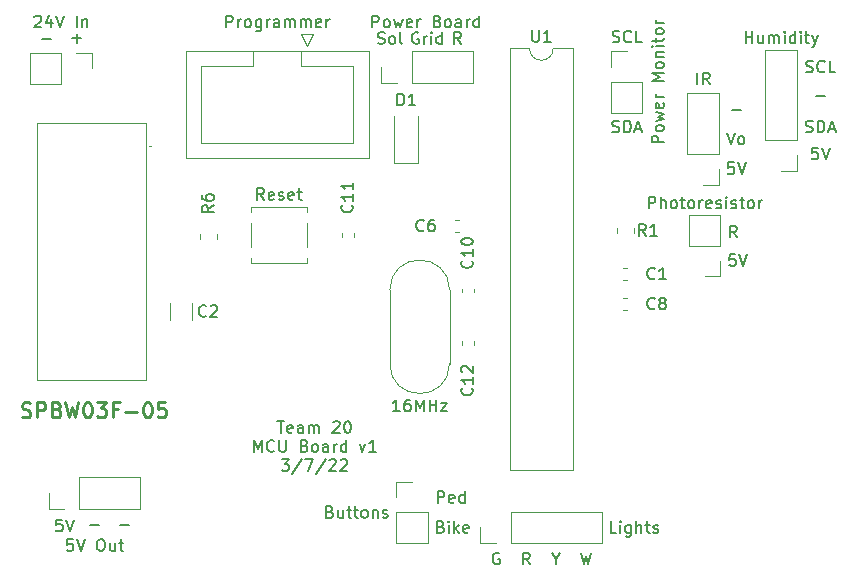
<source format=gbr>
%TF.GenerationSoftware,KiCad,Pcbnew,(6.0.1)*%
%TF.CreationDate,2022-03-08T00:57:02-06:00*%
%TF.ProjectId,mcu_board,6d63755f-626f-4617-9264-2e6b69636164,rev?*%
%TF.SameCoordinates,Original*%
%TF.FileFunction,Legend,Top*%
%TF.FilePolarity,Positive*%
%FSLAX46Y46*%
G04 Gerber Fmt 4.6, Leading zero omitted, Abs format (unit mm)*
G04 Created by KiCad (PCBNEW (6.0.1)) date 2022-03-08 00:57:02*
%MOMM*%
%LPD*%
G01*
G04 APERTURE LIST*
%ADD10C,0.150000*%
%ADD11C,0.254000*%
%ADD12C,0.120000*%
%ADD13C,0.100000*%
G04 APERTURE END LIST*
D10*
X212225333Y-123064380D02*
X212796761Y-123064380D01*
X212511047Y-124064380D02*
X212511047Y-123064380D01*
X213511047Y-124016761D02*
X213415809Y-124064380D01*
X213225333Y-124064380D01*
X213130095Y-124016761D01*
X213082476Y-123921523D01*
X213082476Y-123540571D01*
X213130095Y-123445333D01*
X213225333Y-123397714D01*
X213415809Y-123397714D01*
X213511047Y-123445333D01*
X213558666Y-123540571D01*
X213558666Y-123635809D01*
X213082476Y-123731047D01*
X214415809Y-124064380D02*
X214415809Y-123540571D01*
X214368190Y-123445333D01*
X214272952Y-123397714D01*
X214082476Y-123397714D01*
X213987238Y-123445333D01*
X214415809Y-124016761D02*
X214320571Y-124064380D01*
X214082476Y-124064380D01*
X213987238Y-124016761D01*
X213939619Y-123921523D01*
X213939619Y-123826285D01*
X213987238Y-123731047D01*
X214082476Y-123683428D01*
X214320571Y-123683428D01*
X214415809Y-123635809D01*
X214892000Y-124064380D02*
X214892000Y-123397714D01*
X214892000Y-123492952D02*
X214939619Y-123445333D01*
X215034857Y-123397714D01*
X215177714Y-123397714D01*
X215272952Y-123445333D01*
X215320571Y-123540571D01*
X215320571Y-124064380D01*
X215320571Y-123540571D02*
X215368190Y-123445333D01*
X215463428Y-123397714D01*
X215606285Y-123397714D01*
X215701523Y-123445333D01*
X215749142Y-123540571D01*
X215749142Y-124064380D01*
X216939619Y-123159619D02*
X216987238Y-123112000D01*
X217082476Y-123064380D01*
X217320571Y-123064380D01*
X217415809Y-123112000D01*
X217463428Y-123159619D01*
X217511047Y-123254857D01*
X217511047Y-123350095D01*
X217463428Y-123492952D01*
X216892000Y-124064380D01*
X217511047Y-124064380D01*
X218130095Y-123064380D02*
X218225333Y-123064380D01*
X218320571Y-123112000D01*
X218368190Y-123159619D01*
X218415809Y-123254857D01*
X218463428Y-123445333D01*
X218463428Y-123683428D01*
X218415809Y-123873904D01*
X218368190Y-123969142D01*
X218320571Y-124016761D01*
X218225333Y-124064380D01*
X218130095Y-124064380D01*
X218034857Y-124016761D01*
X217987238Y-123969142D01*
X217939619Y-123873904D01*
X217892000Y-123683428D01*
X217892000Y-123445333D01*
X217939619Y-123254857D01*
X217987238Y-123159619D01*
X218034857Y-123112000D01*
X218130095Y-123064380D01*
X210249142Y-125674380D02*
X210249142Y-124674380D01*
X210582476Y-125388666D01*
X210915809Y-124674380D01*
X210915809Y-125674380D01*
X211963428Y-125579142D02*
X211915809Y-125626761D01*
X211772952Y-125674380D01*
X211677714Y-125674380D01*
X211534857Y-125626761D01*
X211439619Y-125531523D01*
X211392000Y-125436285D01*
X211344380Y-125245809D01*
X211344380Y-125102952D01*
X211392000Y-124912476D01*
X211439619Y-124817238D01*
X211534857Y-124722000D01*
X211677714Y-124674380D01*
X211772952Y-124674380D01*
X211915809Y-124722000D01*
X211963428Y-124769619D01*
X212392000Y-124674380D02*
X212392000Y-125483904D01*
X212439619Y-125579142D01*
X212487238Y-125626761D01*
X212582476Y-125674380D01*
X212772952Y-125674380D01*
X212868190Y-125626761D01*
X212915809Y-125579142D01*
X212963428Y-125483904D01*
X212963428Y-124674380D01*
X214534857Y-125150571D02*
X214677714Y-125198190D01*
X214725333Y-125245809D01*
X214772952Y-125341047D01*
X214772952Y-125483904D01*
X214725333Y-125579142D01*
X214677714Y-125626761D01*
X214582476Y-125674380D01*
X214201523Y-125674380D01*
X214201523Y-124674380D01*
X214534857Y-124674380D01*
X214630095Y-124722000D01*
X214677714Y-124769619D01*
X214725333Y-124864857D01*
X214725333Y-124960095D01*
X214677714Y-125055333D01*
X214630095Y-125102952D01*
X214534857Y-125150571D01*
X214201523Y-125150571D01*
X215344380Y-125674380D02*
X215249142Y-125626761D01*
X215201523Y-125579142D01*
X215153904Y-125483904D01*
X215153904Y-125198190D01*
X215201523Y-125102952D01*
X215249142Y-125055333D01*
X215344380Y-125007714D01*
X215487238Y-125007714D01*
X215582476Y-125055333D01*
X215630095Y-125102952D01*
X215677714Y-125198190D01*
X215677714Y-125483904D01*
X215630095Y-125579142D01*
X215582476Y-125626761D01*
X215487238Y-125674380D01*
X215344380Y-125674380D01*
X216534857Y-125674380D02*
X216534857Y-125150571D01*
X216487238Y-125055333D01*
X216392000Y-125007714D01*
X216201523Y-125007714D01*
X216106285Y-125055333D01*
X216534857Y-125626761D02*
X216439619Y-125674380D01*
X216201523Y-125674380D01*
X216106285Y-125626761D01*
X216058666Y-125531523D01*
X216058666Y-125436285D01*
X216106285Y-125341047D01*
X216201523Y-125293428D01*
X216439619Y-125293428D01*
X216534857Y-125245809D01*
X217011047Y-125674380D02*
X217011047Y-125007714D01*
X217011047Y-125198190D02*
X217058666Y-125102952D01*
X217106285Y-125055333D01*
X217201523Y-125007714D01*
X217296761Y-125007714D01*
X218058666Y-125674380D02*
X218058666Y-124674380D01*
X218058666Y-125626761D02*
X217963428Y-125674380D01*
X217772952Y-125674380D01*
X217677714Y-125626761D01*
X217630095Y-125579142D01*
X217582476Y-125483904D01*
X217582476Y-125198190D01*
X217630095Y-125102952D01*
X217677714Y-125055333D01*
X217772952Y-125007714D01*
X217963428Y-125007714D01*
X218058666Y-125055333D01*
X219201523Y-125007714D02*
X219439619Y-125674380D01*
X219677714Y-125007714D01*
X220582476Y-125674380D02*
X220011047Y-125674380D01*
X220296761Y-125674380D02*
X220296761Y-124674380D01*
X220201523Y-124817238D01*
X220106285Y-124912476D01*
X220011047Y-124960095D01*
X212582476Y-126284380D02*
X213201523Y-126284380D01*
X212868190Y-126665333D01*
X213011047Y-126665333D01*
X213106285Y-126712952D01*
X213153904Y-126760571D01*
X213201523Y-126855809D01*
X213201523Y-127093904D01*
X213153904Y-127189142D01*
X213106285Y-127236761D01*
X213011047Y-127284380D01*
X212725333Y-127284380D01*
X212630095Y-127236761D01*
X212582476Y-127189142D01*
X214344380Y-126236761D02*
X213487238Y-127522476D01*
X214582476Y-126284380D02*
X215249142Y-126284380D01*
X214820571Y-127284380D01*
X216344380Y-126236761D02*
X215487238Y-127522476D01*
X216630095Y-126379619D02*
X216677714Y-126332000D01*
X216772952Y-126284380D01*
X217011047Y-126284380D01*
X217106285Y-126332000D01*
X217153904Y-126379619D01*
X217201523Y-126474857D01*
X217201523Y-126570095D01*
X217153904Y-126712952D01*
X216582476Y-127284380D01*
X217201523Y-127284380D01*
X217582476Y-126379619D02*
X217630095Y-126332000D01*
X217725333Y-126284380D01*
X217963428Y-126284380D01*
X218058666Y-126332000D01*
X218106285Y-126379619D01*
X218153904Y-126474857D01*
X218153904Y-126570095D01*
X218106285Y-126712952D01*
X217534857Y-127284380D01*
X218153904Y-127284380D01*
%TO.C,J1*%
X216686095Y-130728571D02*
X216828952Y-130776190D01*
X216876571Y-130823809D01*
X216924190Y-130919047D01*
X216924190Y-131061904D01*
X216876571Y-131157142D01*
X216828952Y-131204761D01*
X216733714Y-131252380D01*
X216352761Y-131252380D01*
X216352761Y-130252380D01*
X216686095Y-130252380D01*
X216781333Y-130300000D01*
X216828952Y-130347619D01*
X216876571Y-130442857D01*
X216876571Y-130538095D01*
X216828952Y-130633333D01*
X216781333Y-130680952D01*
X216686095Y-130728571D01*
X216352761Y-130728571D01*
X217781333Y-130585714D02*
X217781333Y-131252380D01*
X217352761Y-130585714D02*
X217352761Y-131109523D01*
X217400380Y-131204761D01*
X217495619Y-131252380D01*
X217638476Y-131252380D01*
X217733714Y-131204761D01*
X217781333Y-131157142D01*
X218114666Y-130585714D02*
X218495619Y-130585714D01*
X218257523Y-130252380D02*
X218257523Y-131109523D01*
X218305142Y-131204761D01*
X218400380Y-131252380D01*
X218495619Y-131252380D01*
X218686095Y-130585714D02*
X219067047Y-130585714D01*
X218828952Y-130252380D02*
X218828952Y-131109523D01*
X218876571Y-131204761D01*
X218971809Y-131252380D01*
X219067047Y-131252380D01*
X219543238Y-131252380D02*
X219448000Y-131204761D01*
X219400380Y-131157142D01*
X219352761Y-131061904D01*
X219352761Y-130776190D01*
X219400380Y-130680952D01*
X219448000Y-130633333D01*
X219543238Y-130585714D01*
X219686095Y-130585714D01*
X219781333Y-130633333D01*
X219828952Y-130680952D01*
X219876571Y-130776190D01*
X219876571Y-131061904D01*
X219828952Y-131157142D01*
X219781333Y-131204761D01*
X219686095Y-131252380D01*
X219543238Y-131252380D01*
X220305142Y-130585714D02*
X220305142Y-131252380D01*
X220305142Y-130680952D02*
X220352761Y-130633333D01*
X220448000Y-130585714D01*
X220590857Y-130585714D01*
X220686095Y-130633333D01*
X220733714Y-130728571D01*
X220733714Y-131252380D01*
X221162285Y-131204761D02*
X221257523Y-131252380D01*
X221448000Y-131252380D01*
X221543238Y-131204761D01*
X221590857Y-131109523D01*
X221590857Y-131061904D01*
X221543238Y-130966666D01*
X221448000Y-130919047D01*
X221305142Y-130919047D01*
X221209904Y-130871428D01*
X221162285Y-130776190D01*
X221162285Y-130728571D01*
X221209904Y-130633333D01*
X221305142Y-130585714D01*
X221448000Y-130585714D01*
X221543238Y-130633333D01*
X226076000Y-131998571D02*
X226218857Y-132046190D01*
X226266476Y-132093809D01*
X226314095Y-132189047D01*
X226314095Y-132331904D01*
X226266476Y-132427142D01*
X226218857Y-132474761D01*
X226123619Y-132522380D01*
X225742666Y-132522380D01*
X225742666Y-131522380D01*
X226076000Y-131522380D01*
X226171238Y-131570000D01*
X226218857Y-131617619D01*
X226266476Y-131712857D01*
X226266476Y-131808095D01*
X226218857Y-131903333D01*
X226171238Y-131950952D01*
X226076000Y-131998571D01*
X225742666Y-131998571D01*
X226742666Y-132522380D02*
X226742666Y-131855714D01*
X226742666Y-131522380D02*
X226695047Y-131570000D01*
X226742666Y-131617619D01*
X226790285Y-131570000D01*
X226742666Y-131522380D01*
X226742666Y-131617619D01*
X227218857Y-132522380D02*
X227218857Y-131522380D01*
X227314095Y-132141428D02*
X227599809Y-132522380D01*
X227599809Y-131855714D02*
X227218857Y-132236666D01*
X228409333Y-132474761D02*
X228314095Y-132522380D01*
X228123619Y-132522380D01*
X228028380Y-132474761D01*
X227980761Y-132379523D01*
X227980761Y-131998571D01*
X228028380Y-131903333D01*
X228123619Y-131855714D01*
X228314095Y-131855714D01*
X228409333Y-131903333D01*
X228456952Y-131998571D01*
X228456952Y-132093809D01*
X227980761Y-132189047D01*
X225806142Y-129982380D02*
X225806142Y-128982380D01*
X226187095Y-128982380D01*
X226282333Y-129030000D01*
X226329952Y-129077619D01*
X226377571Y-129172857D01*
X226377571Y-129315714D01*
X226329952Y-129410952D01*
X226282333Y-129458571D01*
X226187095Y-129506190D01*
X225806142Y-129506190D01*
X227187095Y-129934761D02*
X227091857Y-129982380D01*
X226901380Y-129982380D01*
X226806142Y-129934761D01*
X226758523Y-129839523D01*
X226758523Y-129458571D01*
X226806142Y-129363333D01*
X226901380Y-129315714D01*
X227091857Y-129315714D01*
X227187095Y-129363333D01*
X227234714Y-129458571D01*
X227234714Y-129553809D01*
X226758523Y-129649047D01*
X228091857Y-129982380D02*
X228091857Y-128982380D01*
X228091857Y-129934761D02*
X227996619Y-129982380D01*
X227806142Y-129982380D01*
X227710904Y-129934761D01*
X227663285Y-129887142D01*
X227615666Y-129791904D01*
X227615666Y-129506190D01*
X227663285Y-129410952D01*
X227710904Y-129363333D01*
X227806142Y-129315714D01*
X227996619Y-129315714D01*
X228091857Y-129363333D01*
%TO.C,Y1*%
X222591523Y-122240380D02*
X222020095Y-122240380D01*
X222305809Y-122240380D02*
X222305809Y-121240380D01*
X222210571Y-121383238D01*
X222115333Y-121478476D01*
X222020095Y-121526095D01*
X223448666Y-121240380D02*
X223258190Y-121240380D01*
X223162952Y-121288000D01*
X223115333Y-121335619D01*
X223020095Y-121478476D01*
X222972476Y-121668952D01*
X222972476Y-122049904D01*
X223020095Y-122145142D01*
X223067714Y-122192761D01*
X223162952Y-122240380D01*
X223353428Y-122240380D01*
X223448666Y-122192761D01*
X223496285Y-122145142D01*
X223543904Y-122049904D01*
X223543904Y-121811809D01*
X223496285Y-121716571D01*
X223448666Y-121668952D01*
X223353428Y-121621333D01*
X223162952Y-121621333D01*
X223067714Y-121668952D01*
X223020095Y-121716571D01*
X222972476Y-121811809D01*
X223972476Y-122240380D02*
X223972476Y-121240380D01*
X224305809Y-121954666D01*
X224639142Y-121240380D01*
X224639142Y-122240380D01*
X225115333Y-122240380D02*
X225115333Y-121240380D01*
X225115333Y-121716571D02*
X225686761Y-121716571D01*
X225686761Y-122240380D02*
X225686761Y-121240380D01*
X226067714Y-121573714D02*
X226591523Y-121573714D01*
X226067714Y-122240380D01*
X226591523Y-122240380D01*
%TO.C,U1*%
X233817095Y-89964380D02*
X233817095Y-90773904D01*
X233864714Y-90869142D01*
X233912333Y-90916761D01*
X234007571Y-90964380D01*
X234198047Y-90964380D01*
X234293285Y-90916761D01*
X234340904Y-90869142D01*
X234388523Y-90773904D01*
X234388523Y-89964380D01*
X235388523Y-90964380D02*
X234817095Y-90964380D01*
X235102809Y-90964380D02*
X235102809Y-89964380D01*
X235007571Y-90107238D01*
X234912333Y-90202476D01*
X234817095Y-90250095D01*
%TO.C,SW1*%
X211105904Y-104333380D02*
X210772571Y-103857190D01*
X210534476Y-104333380D02*
X210534476Y-103333380D01*
X210915428Y-103333380D01*
X211010666Y-103381000D01*
X211058285Y-103428619D01*
X211105904Y-103523857D01*
X211105904Y-103666714D01*
X211058285Y-103761952D01*
X211010666Y-103809571D01*
X210915428Y-103857190D01*
X210534476Y-103857190D01*
X211915428Y-104285761D02*
X211820190Y-104333380D01*
X211629714Y-104333380D01*
X211534476Y-104285761D01*
X211486857Y-104190523D01*
X211486857Y-103809571D01*
X211534476Y-103714333D01*
X211629714Y-103666714D01*
X211820190Y-103666714D01*
X211915428Y-103714333D01*
X211963047Y-103809571D01*
X211963047Y-103904809D01*
X211486857Y-104000047D01*
X212344000Y-104285761D02*
X212439238Y-104333380D01*
X212629714Y-104333380D01*
X212724952Y-104285761D01*
X212772571Y-104190523D01*
X212772571Y-104142904D01*
X212724952Y-104047666D01*
X212629714Y-104000047D01*
X212486857Y-104000047D01*
X212391619Y-103952428D01*
X212344000Y-103857190D01*
X212344000Y-103809571D01*
X212391619Y-103714333D01*
X212486857Y-103666714D01*
X212629714Y-103666714D01*
X212724952Y-103714333D01*
X213582095Y-104285761D02*
X213486857Y-104333380D01*
X213296380Y-104333380D01*
X213201142Y-104285761D01*
X213153523Y-104190523D01*
X213153523Y-103809571D01*
X213201142Y-103714333D01*
X213296380Y-103666714D01*
X213486857Y-103666714D01*
X213582095Y-103714333D01*
X213629714Y-103809571D01*
X213629714Y-103904809D01*
X213153523Y-104000047D01*
X213915428Y-103666714D02*
X214296380Y-103666714D01*
X214058285Y-103333380D02*
X214058285Y-104190523D01*
X214105904Y-104285761D01*
X214201142Y-104333380D01*
X214296380Y-104333380D01*
D11*
%TO.C,PS1*%
X190603904Y-122683047D02*
X190785333Y-122743523D01*
X191087714Y-122743523D01*
X191208666Y-122683047D01*
X191269142Y-122622571D01*
X191329619Y-122501619D01*
X191329619Y-122380666D01*
X191269142Y-122259714D01*
X191208666Y-122199238D01*
X191087714Y-122138761D01*
X190845809Y-122078285D01*
X190724857Y-122017809D01*
X190664380Y-121957333D01*
X190603904Y-121836380D01*
X190603904Y-121715428D01*
X190664380Y-121594476D01*
X190724857Y-121534000D01*
X190845809Y-121473523D01*
X191148190Y-121473523D01*
X191329619Y-121534000D01*
X191873904Y-122743523D02*
X191873904Y-121473523D01*
X192357714Y-121473523D01*
X192478666Y-121534000D01*
X192539142Y-121594476D01*
X192599619Y-121715428D01*
X192599619Y-121896857D01*
X192539142Y-122017809D01*
X192478666Y-122078285D01*
X192357714Y-122138761D01*
X191873904Y-122138761D01*
X193567238Y-122078285D02*
X193748666Y-122138761D01*
X193809142Y-122199238D01*
X193869619Y-122320190D01*
X193869619Y-122501619D01*
X193809142Y-122622571D01*
X193748666Y-122683047D01*
X193627714Y-122743523D01*
X193143904Y-122743523D01*
X193143904Y-121473523D01*
X193567238Y-121473523D01*
X193688190Y-121534000D01*
X193748666Y-121594476D01*
X193809142Y-121715428D01*
X193809142Y-121836380D01*
X193748666Y-121957333D01*
X193688190Y-122017809D01*
X193567238Y-122078285D01*
X193143904Y-122078285D01*
X194292952Y-121473523D02*
X194595333Y-122743523D01*
X194837238Y-121836380D01*
X195079142Y-122743523D01*
X195381523Y-121473523D01*
X196107238Y-121473523D02*
X196228190Y-121473523D01*
X196349142Y-121534000D01*
X196409619Y-121594476D01*
X196470095Y-121715428D01*
X196530571Y-121957333D01*
X196530571Y-122259714D01*
X196470095Y-122501619D01*
X196409619Y-122622571D01*
X196349142Y-122683047D01*
X196228190Y-122743523D01*
X196107238Y-122743523D01*
X195986285Y-122683047D01*
X195925809Y-122622571D01*
X195865333Y-122501619D01*
X195804857Y-122259714D01*
X195804857Y-121957333D01*
X195865333Y-121715428D01*
X195925809Y-121594476D01*
X195986285Y-121534000D01*
X196107238Y-121473523D01*
X196953904Y-121473523D02*
X197740095Y-121473523D01*
X197316761Y-121957333D01*
X197498190Y-121957333D01*
X197619142Y-122017809D01*
X197679619Y-122078285D01*
X197740095Y-122199238D01*
X197740095Y-122501619D01*
X197679619Y-122622571D01*
X197619142Y-122683047D01*
X197498190Y-122743523D01*
X197135333Y-122743523D01*
X197014380Y-122683047D01*
X196953904Y-122622571D01*
X198707714Y-122078285D02*
X198284380Y-122078285D01*
X198284380Y-122743523D02*
X198284380Y-121473523D01*
X198889142Y-121473523D01*
X199372952Y-122259714D02*
X200340571Y-122259714D01*
X201187238Y-121473523D02*
X201308190Y-121473523D01*
X201429142Y-121534000D01*
X201489619Y-121594476D01*
X201550095Y-121715428D01*
X201610571Y-121957333D01*
X201610571Y-122259714D01*
X201550095Y-122501619D01*
X201489619Y-122622571D01*
X201429142Y-122683047D01*
X201308190Y-122743523D01*
X201187238Y-122743523D01*
X201066285Y-122683047D01*
X201005809Y-122622571D01*
X200945333Y-122501619D01*
X200884857Y-122259714D01*
X200884857Y-121957333D01*
X200945333Y-121715428D01*
X201005809Y-121594476D01*
X201066285Y-121534000D01*
X201187238Y-121473523D01*
X202759619Y-121473523D02*
X202154857Y-121473523D01*
X202094380Y-122078285D01*
X202154857Y-122017809D01*
X202275809Y-121957333D01*
X202578190Y-121957333D01*
X202699142Y-122017809D01*
X202759619Y-122078285D01*
X202820095Y-122199238D01*
X202820095Y-122501619D01*
X202759619Y-122622571D01*
X202699142Y-122683047D01*
X202578190Y-122743523D01*
X202275809Y-122743523D01*
X202154857Y-122683047D01*
X202094380Y-122622571D01*
D10*
%TO.C,J10*%
X240919190Y-132527380D02*
X240443000Y-132527380D01*
X240443000Y-131527380D01*
X241252523Y-132527380D02*
X241252523Y-131860714D01*
X241252523Y-131527380D02*
X241204904Y-131575000D01*
X241252523Y-131622619D01*
X241300142Y-131575000D01*
X241252523Y-131527380D01*
X241252523Y-131622619D01*
X242157285Y-131860714D02*
X242157285Y-132670238D01*
X242109666Y-132765476D01*
X242062047Y-132813095D01*
X241966809Y-132860714D01*
X241823952Y-132860714D01*
X241728714Y-132813095D01*
X242157285Y-132479761D02*
X242062047Y-132527380D01*
X241871571Y-132527380D01*
X241776333Y-132479761D01*
X241728714Y-132432142D01*
X241681095Y-132336904D01*
X241681095Y-132051190D01*
X241728714Y-131955952D01*
X241776333Y-131908333D01*
X241871571Y-131860714D01*
X242062047Y-131860714D01*
X242157285Y-131908333D01*
X242633476Y-132527380D02*
X242633476Y-131527380D01*
X243062047Y-132527380D02*
X243062047Y-132003571D01*
X243014428Y-131908333D01*
X242919190Y-131860714D01*
X242776333Y-131860714D01*
X242681095Y-131908333D01*
X242633476Y-131955952D01*
X243395380Y-131860714D02*
X243776333Y-131860714D01*
X243538238Y-131527380D02*
X243538238Y-132384523D01*
X243585857Y-132479761D01*
X243681095Y-132527380D01*
X243776333Y-132527380D01*
X244062047Y-132479761D02*
X244157285Y-132527380D01*
X244347761Y-132527380D01*
X244443000Y-132479761D01*
X244490619Y-132384523D01*
X244490619Y-132336904D01*
X244443000Y-132241666D01*
X244347761Y-132194047D01*
X244204904Y-132194047D01*
X244109666Y-132146428D01*
X244062047Y-132051190D01*
X244062047Y-132003571D01*
X244109666Y-131908333D01*
X244204904Y-131860714D01*
X244347761Y-131860714D01*
X244443000Y-131908333D01*
X231020904Y-134242000D02*
X230925666Y-134194380D01*
X230782809Y-134194380D01*
X230639952Y-134242000D01*
X230544714Y-134337238D01*
X230497095Y-134432476D01*
X230449476Y-134622952D01*
X230449476Y-134765809D01*
X230497095Y-134956285D01*
X230544714Y-135051523D01*
X230639952Y-135146761D01*
X230782809Y-135194380D01*
X230878047Y-135194380D01*
X231020904Y-135146761D01*
X231068523Y-135099142D01*
X231068523Y-134765809D01*
X230878047Y-134765809D01*
X235839000Y-134718190D02*
X235839000Y-135194380D01*
X235505666Y-134194380D02*
X235839000Y-134718190D01*
X236172333Y-134194380D01*
X233608523Y-135194380D02*
X233275190Y-134718190D01*
X233037095Y-135194380D02*
X233037095Y-134194380D01*
X233418047Y-134194380D01*
X233513285Y-134242000D01*
X233560904Y-134289619D01*
X233608523Y-134384857D01*
X233608523Y-134527714D01*
X233560904Y-134622952D01*
X233513285Y-134670571D01*
X233418047Y-134718190D01*
X233037095Y-134718190D01*
X237950428Y-134194380D02*
X238188523Y-135194380D01*
X238379000Y-134480095D01*
X238569476Y-135194380D01*
X238807571Y-134194380D01*
%TO.C,J9*%
X220266190Y-89728380D02*
X220266190Y-88728380D01*
X220647142Y-88728380D01*
X220742380Y-88776000D01*
X220790000Y-88823619D01*
X220837619Y-88918857D01*
X220837619Y-89061714D01*
X220790000Y-89156952D01*
X220742380Y-89204571D01*
X220647142Y-89252190D01*
X220266190Y-89252190D01*
X221409047Y-89728380D02*
X221313809Y-89680761D01*
X221266190Y-89633142D01*
X221218571Y-89537904D01*
X221218571Y-89252190D01*
X221266190Y-89156952D01*
X221313809Y-89109333D01*
X221409047Y-89061714D01*
X221551904Y-89061714D01*
X221647142Y-89109333D01*
X221694761Y-89156952D01*
X221742380Y-89252190D01*
X221742380Y-89537904D01*
X221694761Y-89633142D01*
X221647142Y-89680761D01*
X221551904Y-89728380D01*
X221409047Y-89728380D01*
X222075714Y-89061714D02*
X222266190Y-89728380D01*
X222456666Y-89252190D01*
X222647142Y-89728380D01*
X222837619Y-89061714D01*
X223599523Y-89680761D02*
X223504285Y-89728380D01*
X223313809Y-89728380D01*
X223218571Y-89680761D01*
X223170952Y-89585523D01*
X223170952Y-89204571D01*
X223218571Y-89109333D01*
X223313809Y-89061714D01*
X223504285Y-89061714D01*
X223599523Y-89109333D01*
X223647142Y-89204571D01*
X223647142Y-89299809D01*
X223170952Y-89395047D01*
X224075714Y-89728380D02*
X224075714Y-89061714D01*
X224075714Y-89252190D02*
X224123333Y-89156952D01*
X224170952Y-89109333D01*
X224266190Y-89061714D01*
X224361428Y-89061714D01*
X225790000Y-89204571D02*
X225932857Y-89252190D01*
X225980476Y-89299809D01*
X226028095Y-89395047D01*
X226028095Y-89537904D01*
X225980476Y-89633142D01*
X225932857Y-89680761D01*
X225837619Y-89728380D01*
X225456666Y-89728380D01*
X225456666Y-88728380D01*
X225790000Y-88728380D01*
X225885238Y-88776000D01*
X225932857Y-88823619D01*
X225980476Y-88918857D01*
X225980476Y-89014095D01*
X225932857Y-89109333D01*
X225885238Y-89156952D01*
X225790000Y-89204571D01*
X225456666Y-89204571D01*
X226599523Y-89728380D02*
X226504285Y-89680761D01*
X226456666Y-89633142D01*
X226409047Y-89537904D01*
X226409047Y-89252190D01*
X226456666Y-89156952D01*
X226504285Y-89109333D01*
X226599523Y-89061714D01*
X226742380Y-89061714D01*
X226837619Y-89109333D01*
X226885238Y-89156952D01*
X226932857Y-89252190D01*
X226932857Y-89537904D01*
X226885238Y-89633142D01*
X226837619Y-89680761D01*
X226742380Y-89728380D01*
X226599523Y-89728380D01*
X227790000Y-89728380D02*
X227790000Y-89204571D01*
X227742380Y-89109333D01*
X227647142Y-89061714D01*
X227456666Y-89061714D01*
X227361428Y-89109333D01*
X227790000Y-89680761D02*
X227694761Y-89728380D01*
X227456666Y-89728380D01*
X227361428Y-89680761D01*
X227313809Y-89585523D01*
X227313809Y-89490285D01*
X227361428Y-89395047D01*
X227456666Y-89347428D01*
X227694761Y-89347428D01*
X227790000Y-89299809D01*
X228266190Y-89728380D02*
X228266190Y-89061714D01*
X228266190Y-89252190D02*
X228313809Y-89156952D01*
X228361428Y-89109333D01*
X228456666Y-89061714D01*
X228551904Y-89061714D01*
X229313809Y-89728380D02*
X229313809Y-88728380D01*
X229313809Y-89680761D02*
X229218571Y-89728380D01*
X229028095Y-89728380D01*
X228932857Y-89680761D01*
X228885238Y-89633142D01*
X228837619Y-89537904D01*
X228837619Y-89252190D01*
X228885238Y-89156952D01*
X228932857Y-89109333D01*
X229028095Y-89061714D01*
X229218571Y-89061714D01*
X229313809Y-89109333D01*
X227766523Y-91125380D02*
X227433190Y-90649190D01*
X227195095Y-91125380D02*
X227195095Y-90125380D01*
X227576047Y-90125380D01*
X227671285Y-90173000D01*
X227718904Y-90220619D01*
X227766523Y-90315857D01*
X227766523Y-90458714D01*
X227718904Y-90553952D01*
X227671285Y-90601571D01*
X227576047Y-90649190D01*
X227195095Y-90649190D01*
X224178904Y-90173000D02*
X224083666Y-90125380D01*
X223940809Y-90125380D01*
X223797952Y-90173000D01*
X223702714Y-90268238D01*
X223655095Y-90363476D01*
X223607476Y-90553952D01*
X223607476Y-90696809D01*
X223655095Y-90887285D01*
X223702714Y-90982523D01*
X223797952Y-91077761D01*
X223940809Y-91125380D01*
X224036047Y-91125380D01*
X224178904Y-91077761D01*
X224226523Y-91030142D01*
X224226523Y-90696809D01*
X224036047Y-90696809D01*
X224655095Y-91125380D02*
X224655095Y-90458714D01*
X224655095Y-90649190D02*
X224702714Y-90553952D01*
X224750333Y-90506333D01*
X224845571Y-90458714D01*
X224940809Y-90458714D01*
X225274142Y-91125380D02*
X225274142Y-90458714D01*
X225274142Y-90125380D02*
X225226523Y-90173000D01*
X225274142Y-90220619D01*
X225321761Y-90173000D01*
X225274142Y-90125380D01*
X225274142Y-90220619D01*
X226178904Y-91125380D02*
X226178904Y-90125380D01*
X226178904Y-91077761D02*
X226083666Y-91125380D01*
X225893190Y-91125380D01*
X225797952Y-91077761D01*
X225750333Y-91030142D01*
X225702714Y-90934904D01*
X225702714Y-90649190D01*
X225750333Y-90553952D01*
X225797952Y-90506333D01*
X225893190Y-90458714D01*
X226083666Y-90458714D01*
X226178904Y-90506333D01*
X220742000Y-91077761D02*
X220884857Y-91125380D01*
X221122952Y-91125380D01*
X221218190Y-91077761D01*
X221265809Y-91030142D01*
X221313428Y-90934904D01*
X221313428Y-90839666D01*
X221265809Y-90744428D01*
X221218190Y-90696809D01*
X221122952Y-90649190D01*
X220932476Y-90601571D01*
X220837238Y-90553952D01*
X220789619Y-90506333D01*
X220742000Y-90411095D01*
X220742000Y-90315857D01*
X220789619Y-90220619D01*
X220837238Y-90173000D01*
X220932476Y-90125380D01*
X221170571Y-90125380D01*
X221313428Y-90173000D01*
X221884857Y-91125380D02*
X221789619Y-91077761D01*
X221742000Y-91030142D01*
X221694380Y-90934904D01*
X221694380Y-90649190D01*
X221742000Y-90553952D01*
X221789619Y-90506333D01*
X221884857Y-90458714D01*
X222027714Y-90458714D01*
X222122952Y-90506333D01*
X222170571Y-90553952D01*
X222218190Y-90649190D01*
X222218190Y-90934904D01*
X222170571Y-91030142D01*
X222122952Y-91077761D01*
X222027714Y-91125380D01*
X221884857Y-91125380D01*
X222789619Y-91125380D02*
X222694380Y-91077761D01*
X222646761Y-90982523D01*
X222646761Y-90125380D01*
%TO.C,J8*%
X207907476Y-89728380D02*
X207907476Y-88728380D01*
X208288428Y-88728380D01*
X208383666Y-88776000D01*
X208431285Y-88823619D01*
X208478904Y-88918857D01*
X208478904Y-89061714D01*
X208431285Y-89156952D01*
X208383666Y-89204571D01*
X208288428Y-89252190D01*
X207907476Y-89252190D01*
X208907476Y-89728380D02*
X208907476Y-89061714D01*
X208907476Y-89252190D02*
X208955095Y-89156952D01*
X209002714Y-89109333D01*
X209097952Y-89061714D01*
X209193190Y-89061714D01*
X209669380Y-89728380D02*
X209574142Y-89680761D01*
X209526523Y-89633142D01*
X209478904Y-89537904D01*
X209478904Y-89252190D01*
X209526523Y-89156952D01*
X209574142Y-89109333D01*
X209669380Y-89061714D01*
X209812238Y-89061714D01*
X209907476Y-89109333D01*
X209955095Y-89156952D01*
X210002714Y-89252190D01*
X210002714Y-89537904D01*
X209955095Y-89633142D01*
X209907476Y-89680761D01*
X209812238Y-89728380D01*
X209669380Y-89728380D01*
X210859857Y-89061714D02*
X210859857Y-89871238D01*
X210812238Y-89966476D01*
X210764619Y-90014095D01*
X210669380Y-90061714D01*
X210526523Y-90061714D01*
X210431285Y-90014095D01*
X210859857Y-89680761D02*
X210764619Y-89728380D01*
X210574142Y-89728380D01*
X210478904Y-89680761D01*
X210431285Y-89633142D01*
X210383666Y-89537904D01*
X210383666Y-89252190D01*
X210431285Y-89156952D01*
X210478904Y-89109333D01*
X210574142Y-89061714D01*
X210764619Y-89061714D01*
X210859857Y-89109333D01*
X211336047Y-89728380D02*
X211336047Y-89061714D01*
X211336047Y-89252190D02*
X211383666Y-89156952D01*
X211431285Y-89109333D01*
X211526523Y-89061714D01*
X211621761Y-89061714D01*
X212383666Y-89728380D02*
X212383666Y-89204571D01*
X212336047Y-89109333D01*
X212240809Y-89061714D01*
X212050333Y-89061714D01*
X211955095Y-89109333D01*
X212383666Y-89680761D02*
X212288428Y-89728380D01*
X212050333Y-89728380D01*
X211955095Y-89680761D01*
X211907476Y-89585523D01*
X211907476Y-89490285D01*
X211955095Y-89395047D01*
X212050333Y-89347428D01*
X212288428Y-89347428D01*
X212383666Y-89299809D01*
X212859857Y-89728380D02*
X212859857Y-89061714D01*
X212859857Y-89156952D02*
X212907476Y-89109333D01*
X213002714Y-89061714D01*
X213145571Y-89061714D01*
X213240809Y-89109333D01*
X213288428Y-89204571D01*
X213288428Y-89728380D01*
X213288428Y-89204571D02*
X213336047Y-89109333D01*
X213431285Y-89061714D01*
X213574142Y-89061714D01*
X213669380Y-89109333D01*
X213717000Y-89204571D01*
X213717000Y-89728380D01*
X214193190Y-89728380D02*
X214193190Y-89061714D01*
X214193190Y-89156952D02*
X214240809Y-89109333D01*
X214336047Y-89061714D01*
X214478904Y-89061714D01*
X214574142Y-89109333D01*
X214621761Y-89204571D01*
X214621761Y-89728380D01*
X214621761Y-89204571D02*
X214669380Y-89109333D01*
X214764619Y-89061714D01*
X214907476Y-89061714D01*
X215002714Y-89109333D01*
X215050333Y-89204571D01*
X215050333Y-89728380D01*
X215907476Y-89680761D02*
X215812238Y-89728380D01*
X215621761Y-89728380D01*
X215526523Y-89680761D01*
X215478904Y-89585523D01*
X215478904Y-89204571D01*
X215526523Y-89109333D01*
X215621761Y-89061714D01*
X215812238Y-89061714D01*
X215907476Y-89109333D01*
X215955095Y-89204571D01*
X215955095Y-89299809D01*
X215478904Y-89395047D01*
X216383666Y-89728380D02*
X216383666Y-89061714D01*
X216383666Y-89252190D02*
X216431285Y-89156952D01*
X216478904Y-89109333D01*
X216574142Y-89061714D01*
X216669380Y-89061714D01*
%TO.C,J7*%
X194904666Y-133051380D02*
X194428476Y-133051380D01*
X194380857Y-133527571D01*
X194428476Y-133479952D01*
X194523714Y-133432333D01*
X194761809Y-133432333D01*
X194857047Y-133479952D01*
X194904666Y-133527571D01*
X194952285Y-133622809D01*
X194952285Y-133860904D01*
X194904666Y-133956142D01*
X194857047Y-134003761D01*
X194761809Y-134051380D01*
X194523714Y-134051380D01*
X194428476Y-134003761D01*
X194380857Y-133956142D01*
X195238000Y-133051380D02*
X195571333Y-134051380D01*
X195904666Y-133051380D01*
X197190380Y-133051380D02*
X197380857Y-133051380D01*
X197476095Y-133099000D01*
X197571333Y-133194238D01*
X197618952Y-133384714D01*
X197618952Y-133718047D01*
X197571333Y-133908523D01*
X197476095Y-134003761D01*
X197380857Y-134051380D01*
X197190380Y-134051380D01*
X197095142Y-134003761D01*
X196999904Y-133908523D01*
X196952285Y-133718047D01*
X196952285Y-133384714D01*
X196999904Y-133194238D01*
X197095142Y-133099000D01*
X197190380Y-133051380D01*
X198476095Y-133384714D02*
X198476095Y-134051380D01*
X198047523Y-133384714D02*
X198047523Y-133908523D01*
X198095142Y-134003761D01*
X198190380Y-134051380D01*
X198333238Y-134051380D01*
X198428476Y-134003761D01*
X198476095Y-133956142D01*
X198809428Y-133384714D02*
X199190380Y-133384714D01*
X198952285Y-133051380D02*
X198952285Y-133908523D01*
X198999904Y-134003761D01*
X199095142Y-134051380D01*
X199190380Y-134051380D01*
X194007523Y-131400380D02*
X193531333Y-131400380D01*
X193483714Y-131876571D01*
X193531333Y-131828952D01*
X193626571Y-131781333D01*
X193864666Y-131781333D01*
X193959904Y-131828952D01*
X194007523Y-131876571D01*
X194055142Y-131971809D01*
X194055142Y-132209904D01*
X194007523Y-132305142D01*
X193959904Y-132352761D01*
X193864666Y-132400380D01*
X193626571Y-132400380D01*
X193531333Y-132352761D01*
X193483714Y-132305142D01*
X194340857Y-131400380D02*
X194674190Y-132400380D01*
X195007523Y-131400380D01*
X197118952Y-131876571D02*
X196357047Y-131876571D01*
X199658952Y-131876571D02*
X198897047Y-131876571D01*
%TO.C,J6*%
X191667095Y-88823619D02*
X191714714Y-88776000D01*
X191809952Y-88728380D01*
X192048047Y-88728380D01*
X192143285Y-88776000D01*
X192190904Y-88823619D01*
X192238523Y-88918857D01*
X192238523Y-89014095D01*
X192190904Y-89156952D01*
X191619476Y-89728380D01*
X192238523Y-89728380D01*
X193095666Y-89061714D02*
X193095666Y-89728380D01*
X192857571Y-88680761D02*
X192619476Y-89395047D01*
X193238523Y-89395047D01*
X193476619Y-88728380D02*
X193809952Y-89728380D01*
X194143285Y-88728380D01*
X195238523Y-89728380D02*
X195238523Y-88728380D01*
X195714714Y-89061714D02*
X195714714Y-89728380D01*
X195714714Y-89156952D02*
X195762333Y-89109333D01*
X195857571Y-89061714D01*
X196000428Y-89061714D01*
X196095666Y-89109333D01*
X196143285Y-89204571D01*
X196143285Y-89728380D01*
X193039952Y-90728571D02*
X192278047Y-90728571D01*
X195254571Y-90292047D02*
X195254571Y-91053952D01*
X194873619Y-90673000D02*
X195635523Y-90673000D01*
%TO.C,J5*%
X243673904Y-105056380D02*
X243673904Y-104056380D01*
X244054857Y-104056380D01*
X244150095Y-104104000D01*
X244197714Y-104151619D01*
X244245333Y-104246857D01*
X244245333Y-104389714D01*
X244197714Y-104484952D01*
X244150095Y-104532571D01*
X244054857Y-104580190D01*
X243673904Y-104580190D01*
X244673904Y-105056380D02*
X244673904Y-104056380D01*
X245102476Y-105056380D02*
X245102476Y-104532571D01*
X245054857Y-104437333D01*
X244959619Y-104389714D01*
X244816761Y-104389714D01*
X244721523Y-104437333D01*
X244673904Y-104484952D01*
X245721523Y-105056380D02*
X245626285Y-105008761D01*
X245578666Y-104961142D01*
X245531047Y-104865904D01*
X245531047Y-104580190D01*
X245578666Y-104484952D01*
X245626285Y-104437333D01*
X245721523Y-104389714D01*
X245864380Y-104389714D01*
X245959619Y-104437333D01*
X246007238Y-104484952D01*
X246054857Y-104580190D01*
X246054857Y-104865904D01*
X246007238Y-104961142D01*
X245959619Y-105008761D01*
X245864380Y-105056380D01*
X245721523Y-105056380D01*
X246340571Y-104389714D02*
X246721523Y-104389714D01*
X246483428Y-104056380D02*
X246483428Y-104913523D01*
X246531047Y-105008761D01*
X246626285Y-105056380D01*
X246721523Y-105056380D01*
X247197714Y-105056380D02*
X247102476Y-105008761D01*
X247054857Y-104961142D01*
X247007238Y-104865904D01*
X247007238Y-104580190D01*
X247054857Y-104484952D01*
X247102476Y-104437333D01*
X247197714Y-104389714D01*
X247340571Y-104389714D01*
X247435809Y-104437333D01*
X247483428Y-104484952D01*
X247531047Y-104580190D01*
X247531047Y-104865904D01*
X247483428Y-104961142D01*
X247435809Y-105008761D01*
X247340571Y-105056380D01*
X247197714Y-105056380D01*
X247959619Y-105056380D02*
X247959619Y-104389714D01*
X247959619Y-104580190D02*
X248007238Y-104484952D01*
X248054857Y-104437333D01*
X248150095Y-104389714D01*
X248245333Y-104389714D01*
X248959619Y-105008761D02*
X248864380Y-105056380D01*
X248673904Y-105056380D01*
X248578666Y-105008761D01*
X248531047Y-104913523D01*
X248531047Y-104532571D01*
X248578666Y-104437333D01*
X248673904Y-104389714D01*
X248864380Y-104389714D01*
X248959619Y-104437333D01*
X249007238Y-104532571D01*
X249007238Y-104627809D01*
X248531047Y-104723047D01*
X249388190Y-105008761D02*
X249483428Y-105056380D01*
X249673904Y-105056380D01*
X249769142Y-105008761D01*
X249816761Y-104913523D01*
X249816761Y-104865904D01*
X249769142Y-104770666D01*
X249673904Y-104723047D01*
X249531047Y-104723047D01*
X249435809Y-104675428D01*
X249388190Y-104580190D01*
X249388190Y-104532571D01*
X249435809Y-104437333D01*
X249531047Y-104389714D01*
X249673904Y-104389714D01*
X249769142Y-104437333D01*
X250245333Y-105056380D02*
X250245333Y-104389714D01*
X250245333Y-104056380D02*
X250197714Y-104104000D01*
X250245333Y-104151619D01*
X250292952Y-104104000D01*
X250245333Y-104056380D01*
X250245333Y-104151619D01*
X250673904Y-105008761D02*
X250769142Y-105056380D01*
X250959619Y-105056380D01*
X251054857Y-105008761D01*
X251102476Y-104913523D01*
X251102476Y-104865904D01*
X251054857Y-104770666D01*
X250959619Y-104723047D01*
X250816761Y-104723047D01*
X250721523Y-104675428D01*
X250673904Y-104580190D01*
X250673904Y-104532571D01*
X250721523Y-104437333D01*
X250816761Y-104389714D01*
X250959619Y-104389714D01*
X251054857Y-104437333D01*
X251388190Y-104389714D02*
X251769142Y-104389714D01*
X251531047Y-104056380D02*
X251531047Y-104913523D01*
X251578666Y-105008761D01*
X251673904Y-105056380D01*
X251769142Y-105056380D01*
X252245333Y-105056380D02*
X252150095Y-105008761D01*
X252102476Y-104961142D01*
X252054857Y-104865904D01*
X252054857Y-104580190D01*
X252102476Y-104484952D01*
X252150095Y-104437333D01*
X252245333Y-104389714D01*
X252388190Y-104389714D01*
X252483428Y-104437333D01*
X252531047Y-104484952D01*
X252578666Y-104580190D01*
X252578666Y-104865904D01*
X252531047Y-104961142D01*
X252483428Y-105008761D01*
X252388190Y-105056380D01*
X252245333Y-105056380D01*
X253007238Y-105056380D02*
X253007238Y-104389714D01*
X253007238Y-104580190D02*
X253054857Y-104484952D01*
X253102476Y-104437333D01*
X253197714Y-104389714D01*
X253292952Y-104389714D01*
X251015523Y-108921380D02*
X250539333Y-108921380D01*
X250491714Y-109397571D01*
X250539333Y-109349952D01*
X250634571Y-109302333D01*
X250872666Y-109302333D01*
X250967904Y-109349952D01*
X251015523Y-109397571D01*
X251063142Y-109492809D01*
X251063142Y-109730904D01*
X251015523Y-109826142D01*
X250967904Y-109873761D01*
X250872666Y-109921380D01*
X250634571Y-109921380D01*
X250539333Y-109873761D01*
X250491714Y-109826142D01*
X251348857Y-108921380D02*
X251682190Y-109921380D01*
X252015523Y-108921380D01*
X251134523Y-107508380D02*
X250801190Y-107032190D01*
X250563095Y-107508380D02*
X250563095Y-106508380D01*
X250944047Y-106508380D01*
X251039285Y-106556000D01*
X251086904Y-106603619D01*
X251134523Y-106698857D01*
X251134523Y-106841714D01*
X251086904Y-106936952D01*
X251039285Y-106984571D01*
X250944047Y-107032190D01*
X250563095Y-107032190D01*
%TO.C,J4*%
X244927380Y-99475047D02*
X243927380Y-99475047D01*
X243927380Y-99094095D01*
X243975000Y-98998857D01*
X244022619Y-98951238D01*
X244117857Y-98903619D01*
X244260714Y-98903619D01*
X244355952Y-98951238D01*
X244403571Y-98998857D01*
X244451190Y-99094095D01*
X244451190Y-99475047D01*
X244927380Y-98332190D02*
X244879761Y-98427428D01*
X244832142Y-98475047D01*
X244736904Y-98522666D01*
X244451190Y-98522666D01*
X244355952Y-98475047D01*
X244308333Y-98427428D01*
X244260714Y-98332190D01*
X244260714Y-98189333D01*
X244308333Y-98094095D01*
X244355952Y-98046476D01*
X244451190Y-97998857D01*
X244736904Y-97998857D01*
X244832142Y-98046476D01*
X244879761Y-98094095D01*
X244927380Y-98189333D01*
X244927380Y-98332190D01*
X244260714Y-97665523D02*
X244927380Y-97475047D01*
X244451190Y-97284571D01*
X244927380Y-97094095D01*
X244260714Y-96903619D01*
X244879761Y-96141714D02*
X244927380Y-96236952D01*
X244927380Y-96427428D01*
X244879761Y-96522666D01*
X244784523Y-96570285D01*
X244403571Y-96570285D01*
X244308333Y-96522666D01*
X244260714Y-96427428D01*
X244260714Y-96236952D01*
X244308333Y-96141714D01*
X244403571Y-96094095D01*
X244498809Y-96094095D01*
X244594047Y-96570285D01*
X244927380Y-95665523D02*
X244260714Y-95665523D01*
X244451190Y-95665523D02*
X244355952Y-95617904D01*
X244308333Y-95570285D01*
X244260714Y-95475047D01*
X244260714Y-95379809D01*
X244927380Y-94284571D02*
X243927380Y-94284571D01*
X244641666Y-93951238D01*
X243927380Y-93617904D01*
X244927380Y-93617904D01*
X244927380Y-92998857D02*
X244879761Y-93094095D01*
X244832142Y-93141714D01*
X244736904Y-93189333D01*
X244451190Y-93189333D01*
X244355952Y-93141714D01*
X244308333Y-93094095D01*
X244260714Y-92998857D01*
X244260714Y-92856000D01*
X244308333Y-92760761D01*
X244355952Y-92713142D01*
X244451190Y-92665523D01*
X244736904Y-92665523D01*
X244832142Y-92713142D01*
X244879761Y-92760761D01*
X244927380Y-92856000D01*
X244927380Y-92998857D01*
X244260714Y-92236952D02*
X244927380Y-92236952D01*
X244355952Y-92236952D02*
X244308333Y-92189333D01*
X244260714Y-92094095D01*
X244260714Y-91951238D01*
X244308333Y-91856000D01*
X244403571Y-91808380D01*
X244927380Y-91808380D01*
X244927380Y-91332190D02*
X244260714Y-91332190D01*
X243927380Y-91332190D02*
X243975000Y-91379809D01*
X244022619Y-91332190D01*
X243975000Y-91284571D01*
X243927380Y-91332190D01*
X244022619Y-91332190D01*
X244260714Y-90998857D02*
X244260714Y-90617904D01*
X243927380Y-90856000D02*
X244784523Y-90856000D01*
X244879761Y-90808380D01*
X244927380Y-90713142D01*
X244927380Y-90617904D01*
X244927380Y-90141714D02*
X244879761Y-90236952D01*
X244832142Y-90284571D01*
X244736904Y-90332190D01*
X244451190Y-90332190D01*
X244355952Y-90284571D01*
X244308333Y-90236952D01*
X244260714Y-90141714D01*
X244260714Y-89998857D01*
X244308333Y-89903619D01*
X244355952Y-89856000D01*
X244451190Y-89808380D01*
X244736904Y-89808380D01*
X244832142Y-89856000D01*
X244879761Y-89903619D01*
X244927380Y-89998857D01*
X244927380Y-90141714D01*
X244927380Y-89379809D02*
X244260714Y-89379809D01*
X244451190Y-89379809D02*
X244355952Y-89332190D01*
X244308333Y-89284571D01*
X244260714Y-89189333D01*
X244260714Y-89094095D01*
X240593714Y-98570761D02*
X240736571Y-98618380D01*
X240974666Y-98618380D01*
X241069904Y-98570761D01*
X241117523Y-98523142D01*
X241165142Y-98427904D01*
X241165142Y-98332666D01*
X241117523Y-98237428D01*
X241069904Y-98189809D01*
X240974666Y-98142190D01*
X240784190Y-98094571D01*
X240688952Y-98046952D01*
X240641333Y-97999333D01*
X240593714Y-97904095D01*
X240593714Y-97808857D01*
X240641333Y-97713619D01*
X240688952Y-97666000D01*
X240784190Y-97618380D01*
X241022285Y-97618380D01*
X241165142Y-97666000D01*
X241593714Y-98618380D02*
X241593714Y-97618380D01*
X241831809Y-97618380D01*
X241974666Y-97666000D01*
X242069904Y-97761238D01*
X242117523Y-97856476D01*
X242165142Y-98046952D01*
X242165142Y-98189809D01*
X242117523Y-98380285D01*
X242069904Y-98475523D01*
X241974666Y-98570761D01*
X241831809Y-98618380D01*
X241593714Y-98618380D01*
X242546095Y-98332666D02*
X243022285Y-98332666D01*
X242450857Y-98618380D02*
X242784190Y-97618380D01*
X243117523Y-98618380D01*
X240617523Y-90950761D02*
X240760380Y-90998380D01*
X240998476Y-90998380D01*
X241093714Y-90950761D01*
X241141333Y-90903142D01*
X241188952Y-90807904D01*
X241188952Y-90712666D01*
X241141333Y-90617428D01*
X241093714Y-90569809D01*
X240998476Y-90522190D01*
X240808000Y-90474571D01*
X240712761Y-90426952D01*
X240665142Y-90379333D01*
X240617523Y-90284095D01*
X240617523Y-90188857D01*
X240665142Y-90093619D01*
X240712761Y-90046000D01*
X240808000Y-89998380D01*
X241046095Y-89998380D01*
X241188952Y-90046000D01*
X242188952Y-90903142D02*
X242141333Y-90950761D01*
X241998476Y-90998380D01*
X241903238Y-90998380D01*
X241760380Y-90950761D01*
X241665142Y-90855523D01*
X241617523Y-90760285D01*
X241569904Y-90569809D01*
X241569904Y-90426952D01*
X241617523Y-90236476D01*
X241665142Y-90141238D01*
X241760380Y-90046000D01*
X241903238Y-89998380D01*
X241998476Y-89998380D01*
X242141333Y-90046000D01*
X242188952Y-90093619D01*
X243093714Y-90998380D02*
X242617523Y-90998380D01*
X242617523Y-89998380D01*
%TO.C,J3*%
X247785000Y-94554380D02*
X247785000Y-93554380D01*
X248832619Y-94554380D02*
X248499285Y-94078190D01*
X248261190Y-94554380D02*
X248261190Y-93554380D01*
X248642142Y-93554380D01*
X248737380Y-93602000D01*
X248785000Y-93649619D01*
X248832619Y-93744857D01*
X248832619Y-93887714D01*
X248785000Y-93982952D01*
X248737380Y-94030571D01*
X248642142Y-94078190D01*
X248261190Y-94078190D01*
X251459952Y-96697571D02*
X250698047Y-96697571D01*
X250888523Y-101159380D02*
X250412333Y-101159380D01*
X250364714Y-101635571D01*
X250412333Y-101587952D01*
X250507571Y-101540333D01*
X250745666Y-101540333D01*
X250840904Y-101587952D01*
X250888523Y-101635571D01*
X250936142Y-101730809D01*
X250936142Y-101968904D01*
X250888523Y-102064142D01*
X250840904Y-102111761D01*
X250745666Y-102159380D01*
X250507571Y-102159380D01*
X250412333Y-102111761D01*
X250364714Y-102064142D01*
X251221857Y-101159380D02*
X251555190Y-102159380D01*
X251888523Y-101159380D01*
X250293285Y-98634380D02*
X250626619Y-99634380D01*
X250959952Y-98634380D01*
X251436142Y-99634380D02*
X251340904Y-99586761D01*
X251293285Y-99539142D01*
X251245666Y-99443904D01*
X251245666Y-99158190D01*
X251293285Y-99062952D01*
X251340904Y-99015333D01*
X251436142Y-98967714D01*
X251579000Y-98967714D01*
X251674238Y-99015333D01*
X251721857Y-99062952D01*
X251769476Y-99158190D01*
X251769476Y-99443904D01*
X251721857Y-99539142D01*
X251674238Y-99586761D01*
X251579000Y-99634380D01*
X251436142Y-99634380D01*
%TO.C,J2*%
X251889000Y-91071380D02*
X251889000Y-90071380D01*
X251889000Y-90547571D02*
X252460428Y-90547571D01*
X252460428Y-91071380D02*
X252460428Y-90071380D01*
X253365190Y-90404714D02*
X253365190Y-91071380D01*
X252936619Y-90404714D02*
X252936619Y-90928523D01*
X252984238Y-91023761D01*
X253079476Y-91071380D01*
X253222333Y-91071380D01*
X253317571Y-91023761D01*
X253365190Y-90976142D01*
X253841380Y-91071380D02*
X253841380Y-90404714D01*
X253841380Y-90499952D02*
X253889000Y-90452333D01*
X253984238Y-90404714D01*
X254127095Y-90404714D01*
X254222333Y-90452333D01*
X254269952Y-90547571D01*
X254269952Y-91071380D01*
X254269952Y-90547571D02*
X254317571Y-90452333D01*
X254412809Y-90404714D01*
X254555666Y-90404714D01*
X254650904Y-90452333D01*
X254698523Y-90547571D01*
X254698523Y-91071380D01*
X255174714Y-91071380D02*
X255174714Y-90404714D01*
X255174714Y-90071380D02*
X255127095Y-90119000D01*
X255174714Y-90166619D01*
X255222333Y-90119000D01*
X255174714Y-90071380D01*
X255174714Y-90166619D01*
X256079476Y-91071380D02*
X256079476Y-90071380D01*
X256079476Y-91023761D02*
X255984238Y-91071380D01*
X255793761Y-91071380D01*
X255698523Y-91023761D01*
X255650904Y-90976142D01*
X255603285Y-90880904D01*
X255603285Y-90595190D01*
X255650904Y-90499952D01*
X255698523Y-90452333D01*
X255793761Y-90404714D01*
X255984238Y-90404714D01*
X256079476Y-90452333D01*
X256555666Y-91071380D02*
X256555666Y-90404714D01*
X256555666Y-90071380D02*
X256508047Y-90119000D01*
X256555666Y-90166619D01*
X256603285Y-90119000D01*
X256555666Y-90071380D01*
X256555666Y-90166619D01*
X256889000Y-90404714D02*
X257269952Y-90404714D01*
X257031857Y-90071380D02*
X257031857Y-90928523D01*
X257079476Y-91023761D01*
X257174714Y-91071380D01*
X257269952Y-91071380D01*
X257508047Y-90404714D02*
X257746142Y-91071380D01*
X257984238Y-90404714D02*
X257746142Y-91071380D01*
X257650904Y-91309476D01*
X257603285Y-91357095D01*
X257508047Y-91404714D01*
X257000523Y-93490761D02*
X257143380Y-93538380D01*
X257381476Y-93538380D01*
X257476714Y-93490761D01*
X257524333Y-93443142D01*
X257571952Y-93347904D01*
X257571952Y-93252666D01*
X257524333Y-93157428D01*
X257476714Y-93109809D01*
X257381476Y-93062190D01*
X257191000Y-93014571D01*
X257095761Y-92966952D01*
X257048142Y-92919333D01*
X257000523Y-92824095D01*
X257000523Y-92728857D01*
X257048142Y-92633619D01*
X257095761Y-92586000D01*
X257191000Y-92538380D01*
X257429095Y-92538380D01*
X257571952Y-92586000D01*
X258571952Y-93443142D02*
X258524333Y-93490761D01*
X258381476Y-93538380D01*
X258286238Y-93538380D01*
X258143380Y-93490761D01*
X258048142Y-93395523D01*
X258000523Y-93300285D01*
X257952904Y-93109809D01*
X257952904Y-92966952D01*
X258000523Y-92776476D01*
X258048142Y-92681238D01*
X258143380Y-92586000D01*
X258286238Y-92538380D01*
X258381476Y-92538380D01*
X258524333Y-92586000D01*
X258571952Y-92633619D01*
X259476714Y-93538380D02*
X259000523Y-93538380D01*
X259000523Y-92538380D01*
X256976714Y-98570761D02*
X257119571Y-98618380D01*
X257357666Y-98618380D01*
X257452904Y-98570761D01*
X257500523Y-98523142D01*
X257548142Y-98427904D01*
X257548142Y-98332666D01*
X257500523Y-98237428D01*
X257452904Y-98189809D01*
X257357666Y-98142190D01*
X257167190Y-98094571D01*
X257071952Y-98046952D01*
X257024333Y-97999333D01*
X256976714Y-97904095D01*
X256976714Y-97808857D01*
X257024333Y-97713619D01*
X257071952Y-97666000D01*
X257167190Y-97618380D01*
X257405285Y-97618380D01*
X257548142Y-97666000D01*
X257976714Y-98618380D02*
X257976714Y-97618380D01*
X258214809Y-97618380D01*
X258357666Y-97666000D01*
X258452904Y-97761238D01*
X258500523Y-97856476D01*
X258548142Y-98046952D01*
X258548142Y-98189809D01*
X258500523Y-98380285D01*
X258452904Y-98475523D01*
X258357666Y-98570761D01*
X258214809Y-98618380D01*
X257976714Y-98618380D01*
X258929095Y-98332666D02*
X259405285Y-98332666D01*
X258833857Y-98618380D02*
X259167190Y-97618380D01*
X259500523Y-98618380D01*
X258000523Y-99904380D02*
X257524333Y-99904380D01*
X257476714Y-100380571D01*
X257524333Y-100332952D01*
X257619571Y-100285333D01*
X257857666Y-100285333D01*
X257952904Y-100332952D01*
X258000523Y-100380571D01*
X258048142Y-100475809D01*
X258048142Y-100713904D01*
X258000523Y-100809142D01*
X257952904Y-100856761D01*
X257857666Y-100904380D01*
X257619571Y-100904380D01*
X257524333Y-100856761D01*
X257476714Y-100809142D01*
X258333857Y-99904380D02*
X258667190Y-100904380D01*
X259000523Y-99904380D01*
X258571952Y-95554571D02*
X257810047Y-95554571D01*
%TO.C,C10*%
X228703142Y-109476857D02*
X228750761Y-109524476D01*
X228798380Y-109667333D01*
X228798380Y-109762571D01*
X228750761Y-109905428D01*
X228655523Y-110000666D01*
X228560285Y-110048285D01*
X228369809Y-110095904D01*
X228226952Y-110095904D01*
X228036476Y-110048285D01*
X227941238Y-110000666D01*
X227846000Y-109905428D01*
X227798380Y-109762571D01*
X227798380Y-109667333D01*
X227846000Y-109524476D01*
X227893619Y-109476857D01*
X228798380Y-108524476D02*
X228798380Y-109095904D01*
X228798380Y-108810190D02*
X227798380Y-108810190D01*
X227941238Y-108905428D01*
X228036476Y-109000666D01*
X228084095Y-109095904D01*
X227798380Y-107905428D02*
X227798380Y-107810190D01*
X227846000Y-107714952D01*
X227893619Y-107667333D01*
X227988857Y-107619714D01*
X228179333Y-107572095D01*
X228417428Y-107572095D01*
X228607904Y-107619714D01*
X228703142Y-107667333D01*
X228750761Y-107714952D01*
X228798380Y-107810190D01*
X228798380Y-107905428D01*
X228750761Y-108000666D01*
X228703142Y-108048285D01*
X228607904Y-108095904D01*
X228417428Y-108143523D01*
X228179333Y-108143523D01*
X227988857Y-108095904D01*
X227893619Y-108048285D01*
X227846000Y-108000666D01*
X227798380Y-107905428D01*
%TO.C,C12*%
X228703142Y-120271857D02*
X228750761Y-120319476D01*
X228798380Y-120462333D01*
X228798380Y-120557571D01*
X228750761Y-120700428D01*
X228655523Y-120795666D01*
X228560285Y-120843285D01*
X228369809Y-120890904D01*
X228226952Y-120890904D01*
X228036476Y-120843285D01*
X227941238Y-120795666D01*
X227846000Y-120700428D01*
X227798380Y-120557571D01*
X227798380Y-120462333D01*
X227846000Y-120319476D01*
X227893619Y-120271857D01*
X228798380Y-119319476D02*
X228798380Y-119890904D01*
X228798380Y-119605190D02*
X227798380Y-119605190D01*
X227941238Y-119700428D01*
X228036476Y-119795666D01*
X228084095Y-119890904D01*
X227893619Y-118938523D02*
X227846000Y-118890904D01*
X227798380Y-118795666D01*
X227798380Y-118557571D01*
X227846000Y-118462333D01*
X227893619Y-118414714D01*
X227988857Y-118367095D01*
X228084095Y-118367095D01*
X228226952Y-118414714D01*
X228798380Y-118986142D01*
X228798380Y-118367095D01*
%TO.C,R6*%
X206827380Y-104809666D02*
X206351190Y-105143000D01*
X206827380Y-105381095D02*
X205827380Y-105381095D01*
X205827380Y-105000142D01*
X205875000Y-104904904D01*
X205922619Y-104857285D01*
X206017857Y-104809666D01*
X206160714Y-104809666D01*
X206255952Y-104857285D01*
X206303571Y-104904904D01*
X206351190Y-105000142D01*
X206351190Y-105381095D01*
X205827380Y-103952523D02*
X205827380Y-104143000D01*
X205875000Y-104238238D01*
X205922619Y-104285857D01*
X206065476Y-104381095D01*
X206255952Y-104428714D01*
X206636904Y-104428714D01*
X206732142Y-104381095D01*
X206779761Y-104333476D01*
X206827380Y-104238238D01*
X206827380Y-104047761D01*
X206779761Y-103952523D01*
X206732142Y-103904904D01*
X206636904Y-103857285D01*
X206398809Y-103857285D01*
X206303571Y-103904904D01*
X206255952Y-103952523D01*
X206208333Y-104047761D01*
X206208333Y-104238238D01*
X206255952Y-104333476D01*
X206303571Y-104381095D01*
X206398809Y-104428714D01*
%TO.C,C11*%
X218543142Y-104777857D02*
X218590761Y-104825476D01*
X218638380Y-104968333D01*
X218638380Y-105063571D01*
X218590761Y-105206428D01*
X218495523Y-105301666D01*
X218400285Y-105349285D01*
X218209809Y-105396904D01*
X218066952Y-105396904D01*
X217876476Y-105349285D01*
X217781238Y-105301666D01*
X217686000Y-105206428D01*
X217638380Y-105063571D01*
X217638380Y-104968333D01*
X217686000Y-104825476D01*
X217733619Y-104777857D01*
X218638380Y-103825476D02*
X218638380Y-104396904D01*
X218638380Y-104111190D02*
X217638380Y-104111190D01*
X217781238Y-104206428D01*
X217876476Y-104301666D01*
X217924095Y-104396904D01*
X218638380Y-102873095D02*
X218638380Y-103444523D01*
X218638380Y-103158809D02*
X217638380Y-103158809D01*
X217781238Y-103254047D01*
X217876476Y-103349285D01*
X217924095Y-103444523D01*
%TO.C,R1*%
X243419333Y-107381380D02*
X243086000Y-106905190D01*
X242847904Y-107381380D02*
X242847904Y-106381380D01*
X243228857Y-106381380D01*
X243324095Y-106429000D01*
X243371714Y-106476619D01*
X243419333Y-106571857D01*
X243419333Y-106714714D01*
X243371714Y-106809952D01*
X243324095Y-106857571D01*
X243228857Y-106905190D01*
X242847904Y-106905190D01*
X244371714Y-107381380D02*
X243800285Y-107381380D01*
X244086000Y-107381380D02*
X244086000Y-106381380D01*
X243990761Y-106524238D01*
X243895523Y-106619476D01*
X243800285Y-106667095D01*
%TO.C,C2*%
X206208333Y-114144142D02*
X206160714Y-114191761D01*
X206017857Y-114239380D01*
X205922619Y-114239380D01*
X205779761Y-114191761D01*
X205684523Y-114096523D01*
X205636904Y-114001285D01*
X205589285Y-113810809D01*
X205589285Y-113667952D01*
X205636904Y-113477476D01*
X205684523Y-113382238D01*
X205779761Y-113287000D01*
X205922619Y-113239380D01*
X206017857Y-113239380D01*
X206160714Y-113287000D01*
X206208333Y-113334619D01*
X206589285Y-113334619D02*
X206636904Y-113287000D01*
X206732142Y-113239380D01*
X206970238Y-113239380D01*
X207065476Y-113287000D01*
X207113095Y-113334619D01*
X207160714Y-113429857D01*
X207160714Y-113525095D01*
X207113095Y-113667952D01*
X206541666Y-114239380D01*
X207160714Y-114239380D01*
%TO.C,C1*%
X244181333Y-110969142D02*
X244133714Y-111016761D01*
X243990857Y-111064380D01*
X243895619Y-111064380D01*
X243752761Y-111016761D01*
X243657523Y-110921523D01*
X243609904Y-110826285D01*
X243562285Y-110635809D01*
X243562285Y-110492952D01*
X243609904Y-110302476D01*
X243657523Y-110207238D01*
X243752761Y-110112000D01*
X243895619Y-110064380D01*
X243990857Y-110064380D01*
X244133714Y-110112000D01*
X244181333Y-110159619D01*
X245133714Y-111064380D02*
X244562285Y-111064380D01*
X244848000Y-111064380D02*
X244848000Y-110064380D01*
X244752761Y-110207238D01*
X244657523Y-110302476D01*
X244562285Y-110350095D01*
%TO.C,C8*%
X244181333Y-113509142D02*
X244133714Y-113556761D01*
X243990857Y-113604380D01*
X243895619Y-113604380D01*
X243752761Y-113556761D01*
X243657523Y-113461523D01*
X243609904Y-113366285D01*
X243562285Y-113175809D01*
X243562285Y-113032952D01*
X243609904Y-112842476D01*
X243657523Y-112747238D01*
X243752761Y-112652000D01*
X243895619Y-112604380D01*
X243990857Y-112604380D01*
X244133714Y-112652000D01*
X244181333Y-112699619D01*
X244752761Y-113032952D02*
X244657523Y-112985333D01*
X244609904Y-112937714D01*
X244562285Y-112842476D01*
X244562285Y-112794857D01*
X244609904Y-112699619D01*
X244657523Y-112652000D01*
X244752761Y-112604380D01*
X244943238Y-112604380D01*
X245038476Y-112652000D01*
X245086095Y-112699619D01*
X245133714Y-112794857D01*
X245133714Y-112842476D01*
X245086095Y-112937714D01*
X245038476Y-112985333D01*
X244943238Y-113032952D01*
X244752761Y-113032952D01*
X244657523Y-113080571D01*
X244609904Y-113128190D01*
X244562285Y-113223428D01*
X244562285Y-113413904D01*
X244609904Y-113509142D01*
X244657523Y-113556761D01*
X244752761Y-113604380D01*
X244943238Y-113604380D01*
X245038476Y-113556761D01*
X245086095Y-113509142D01*
X245133714Y-113413904D01*
X245133714Y-113223428D01*
X245086095Y-113128190D01*
X245038476Y-113080571D01*
X244943238Y-113032952D01*
%TO.C,D1*%
X222400904Y-96332380D02*
X222400904Y-95332380D01*
X222639000Y-95332380D01*
X222781857Y-95380000D01*
X222877095Y-95475238D01*
X222924714Y-95570476D01*
X222972333Y-95760952D01*
X222972333Y-95903809D01*
X222924714Y-96094285D01*
X222877095Y-96189523D01*
X222781857Y-96284761D01*
X222639000Y-96332380D01*
X222400904Y-96332380D01*
X223924714Y-96332380D02*
X223353285Y-96332380D01*
X223639000Y-96332380D02*
X223639000Y-95332380D01*
X223543761Y-95475238D01*
X223448523Y-95570476D01*
X223353285Y-95618095D01*
%TO.C,C6*%
X224623333Y-106905142D02*
X224575714Y-106952761D01*
X224432857Y-107000380D01*
X224337619Y-107000380D01*
X224194761Y-106952761D01*
X224099523Y-106857523D01*
X224051904Y-106762285D01*
X224004285Y-106571809D01*
X224004285Y-106428952D01*
X224051904Y-106238476D01*
X224099523Y-106143238D01*
X224194761Y-106048000D01*
X224337619Y-106000380D01*
X224432857Y-106000380D01*
X224575714Y-106048000D01*
X224623333Y-106095619D01*
X225480476Y-106000380D02*
X225290000Y-106000380D01*
X225194761Y-106048000D01*
X225147142Y-106095619D01*
X225051904Y-106238476D01*
X225004285Y-106428952D01*
X225004285Y-106809904D01*
X225051904Y-106905142D01*
X225099523Y-106952761D01*
X225194761Y-107000380D01*
X225385238Y-107000380D01*
X225480476Y-106952761D01*
X225528095Y-106905142D01*
X225575714Y-106809904D01*
X225575714Y-106571809D01*
X225528095Y-106476571D01*
X225480476Y-106428952D01*
X225385238Y-106381333D01*
X225194761Y-106381333D01*
X225099523Y-106428952D01*
X225051904Y-106476571D01*
X225004285Y-106571809D01*
D12*
%TO.C,J1*%
X222317000Y-129530000D02*
X222317000Y-128200000D01*
X222317000Y-133400000D02*
X224977000Y-133400000D01*
X222317000Y-130800000D02*
X222317000Y-133400000D01*
X222317000Y-130800000D02*
X224977000Y-130800000D01*
X222317000Y-128200000D02*
X223647000Y-128200000D01*
X224977000Y-130800000D02*
X224977000Y-133400000D01*
%TO.C,Y1*%
X226807000Y-111959000D02*
G75*
G03*
X221757000Y-111959000I-2525000J0D01*
G01*
X221757000Y-118209000D02*
G75*
G03*
X226807000Y-118209000I2525000J0D01*
G01*
X226807000Y-111959000D02*
X226807000Y-118209000D01*
X221757000Y-111959000D02*
X221757000Y-118209000D01*
%TO.C,U1*%
X237229000Y-91512000D02*
X235579000Y-91512000D01*
X237229000Y-127192000D02*
X237229000Y-91512000D01*
X233579000Y-91512000D02*
X231929000Y-91512000D01*
X231929000Y-91512000D02*
X231929000Y-127192000D01*
X231929000Y-127192000D02*
X237229000Y-127192000D01*
X233579000Y-91512000D02*
G75*
G03*
X235579000Y-91512000I1000000J0D01*
G01*
%TO.C,SW1*%
X209974000Y-104940000D02*
X209974000Y-105340000D01*
X214714000Y-109680000D02*
X214714000Y-109280000D01*
X209974000Y-104940000D02*
X214714000Y-104940000D01*
X209974000Y-109680000D02*
X214714000Y-109680000D01*
X214714000Y-108340000D02*
X214714000Y-106280000D01*
X209974000Y-108340000D02*
X209974000Y-106280000D01*
X214714000Y-104940000D02*
X214714000Y-105340000D01*
X209974000Y-109680000D02*
X209974000Y-109280000D01*
D13*
%TO.C,PS1*%
X201412000Y-99817000D02*
G75*
G03*
X201512000Y-99817000I50000J0D01*
G01*
X201512000Y-99817000D02*
G75*
G03*
X201412000Y-99817000I-50000J0D01*
G01*
X201512000Y-99817000D02*
X201512000Y-99817000D01*
X201412000Y-99817000D02*
X201412000Y-99817000D01*
X191912000Y-97817000D02*
X201112000Y-97817000D01*
X191912000Y-119617000D02*
X191912000Y-97817000D01*
X201112000Y-119617000D02*
X191912000Y-119617000D01*
X201112000Y-97817000D02*
X201112000Y-119617000D01*
D12*
%TO.C,J10*%
X232029000Y-130745000D02*
X239709000Y-130745000D01*
X230759000Y-133405000D02*
X229429000Y-133405000D01*
X239709000Y-133405000D02*
X239709000Y-130745000D01*
X232029000Y-133405000D02*
X232029000Y-130745000D01*
X229429000Y-133405000D02*
X229429000Y-132075000D01*
X232029000Y-133405000D02*
X239709000Y-133405000D01*
%TO.C,J9*%
X223647000Y-94416000D02*
X223647000Y-91756000D01*
X221047000Y-94416000D02*
X221047000Y-93086000D01*
X223647000Y-91756000D02*
X228787000Y-91756000D01*
X222377000Y-94416000D02*
X221047000Y-94416000D01*
X223647000Y-94416000D02*
X228787000Y-94416000D01*
X228787000Y-94416000D02*
X228787000Y-91756000D01*
%TO.C,J8*%
X210167000Y-93011000D02*
X210167000Y-93011000D01*
X218667000Y-93011000D02*
X218667000Y-99511000D01*
X205767000Y-99511000D02*
X205767000Y-93011000D01*
X215257000Y-90311000D02*
X214257000Y-90311000D01*
X205767000Y-93011000D02*
X210167000Y-93011000D01*
X214267000Y-93011000D02*
X218667000Y-93011000D01*
X219967000Y-91701000D02*
X219967000Y-100821000D01*
X204467000Y-100821000D02*
X204467000Y-91701000D01*
X214267000Y-91701000D02*
X214267000Y-93011000D01*
X218667000Y-99511000D02*
X205767000Y-99511000D01*
X214757000Y-91311000D02*
X215257000Y-90311000D01*
X204467000Y-91701000D02*
X219967000Y-91701000D01*
X219967000Y-100821000D02*
X204467000Y-100821000D01*
X214257000Y-90311000D02*
X214757000Y-91311000D01*
X210167000Y-93011000D02*
X210167000Y-91701000D01*
%TO.C,J7*%
X200608000Y-130484000D02*
X200608000Y-127824000D01*
X195468000Y-130484000D02*
X200608000Y-130484000D01*
X194198000Y-130484000D02*
X192868000Y-130484000D01*
X195468000Y-127824000D02*
X200608000Y-127824000D01*
X192868000Y-130484000D02*
X192868000Y-129154000D01*
X195468000Y-130484000D02*
X195468000Y-127824000D01*
%TO.C,J6*%
X193929000Y-94543000D02*
X191329000Y-94543000D01*
X196529000Y-91883000D02*
X196529000Y-93213000D01*
X193929000Y-91883000D02*
X193929000Y-94543000D01*
X193929000Y-91883000D02*
X191329000Y-91883000D01*
X191329000Y-91883000D02*
X191329000Y-94543000D01*
X195199000Y-91883000D02*
X196529000Y-91883000D01*
%TO.C,J5*%
X249742000Y-109474000D02*
X249742000Y-110804000D01*
X249742000Y-105604000D02*
X247082000Y-105604000D01*
X249742000Y-108204000D02*
X249742000Y-105604000D01*
X249742000Y-108204000D02*
X247082000Y-108204000D01*
X249742000Y-110804000D02*
X248412000Y-110804000D01*
X247082000Y-108204000D02*
X247082000Y-105604000D01*
%TO.C,J4*%
X243138000Y-94351000D02*
X243138000Y-96951000D01*
X240478000Y-91751000D02*
X241808000Y-91751000D01*
X240478000Y-94351000D02*
X243138000Y-94351000D01*
X240478000Y-94351000D02*
X240478000Y-96951000D01*
X240478000Y-96951000D02*
X243138000Y-96951000D01*
X240478000Y-93081000D02*
X240478000Y-91751000D01*
%TO.C,J3*%
X249615000Y-95297000D02*
X246955000Y-95297000D01*
X249615000Y-100437000D02*
X249615000Y-95297000D01*
X249615000Y-101707000D02*
X249615000Y-103037000D01*
X246955000Y-100437000D02*
X246955000Y-95297000D01*
X249615000Y-103037000D02*
X248285000Y-103037000D01*
X249615000Y-100437000D02*
X246955000Y-100437000D01*
%TO.C,J2*%
X253559000Y-99299000D02*
X253559000Y-91619000D01*
X256219000Y-100569000D02*
X256219000Y-101899000D01*
X256219000Y-91619000D02*
X253559000Y-91619000D01*
X256219000Y-99299000D02*
X253559000Y-99299000D01*
X256219000Y-101899000D02*
X254889000Y-101899000D01*
X256219000Y-99299000D02*
X256219000Y-91619000D01*
%TO.C,C10*%
X227836000Y-112155267D02*
X227836000Y-111862733D01*
X228856000Y-112155267D02*
X228856000Y-111862733D01*
%TO.C,C12*%
X228856000Y-116307733D02*
X228856000Y-116600267D01*
X227836000Y-116307733D02*
X227836000Y-116600267D01*
%TO.C,R6*%
X207110000Y-107664064D02*
X207110000Y-107209936D01*
X205640000Y-107664064D02*
X205640000Y-107209936D01*
%TO.C,C11*%
X218696000Y-107163733D02*
X218696000Y-107456267D01*
X217676000Y-107163733D02*
X217676000Y-107456267D01*
%TO.C,R1*%
X240946000Y-106701936D02*
X240946000Y-107156064D01*
X242416000Y-106701936D02*
X242416000Y-107156064D01*
%TO.C,C2*%
X203179000Y-113075748D02*
X203179000Y-114498252D01*
X204999000Y-113075748D02*
X204999000Y-114498252D01*
%TO.C,C1*%
X241534733Y-110102000D02*
X241827267Y-110102000D01*
X241534733Y-111122000D02*
X241827267Y-111122000D01*
%TO.C,C8*%
X241534733Y-112642000D02*
X241827267Y-112642000D01*
X241534733Y-113662000D02*
X241827267Y-113662000D01*
%TO.C,D1*%
X222139000Y-101178000D02*
X222139000Y-97278000D01*
X222139000Y-101178000D02*
X224139000Y-101178000D01*
X224139000Y-101178000D02*
X224139000Y-97278000D01*
%TO.C,C6*%
X227603267Y-107058000D02*
X227310733Y-107058000D01*
X227603267Y-106038000D02*
X227310733Y-106038000D01*
%TD*%
M02*

</source>
